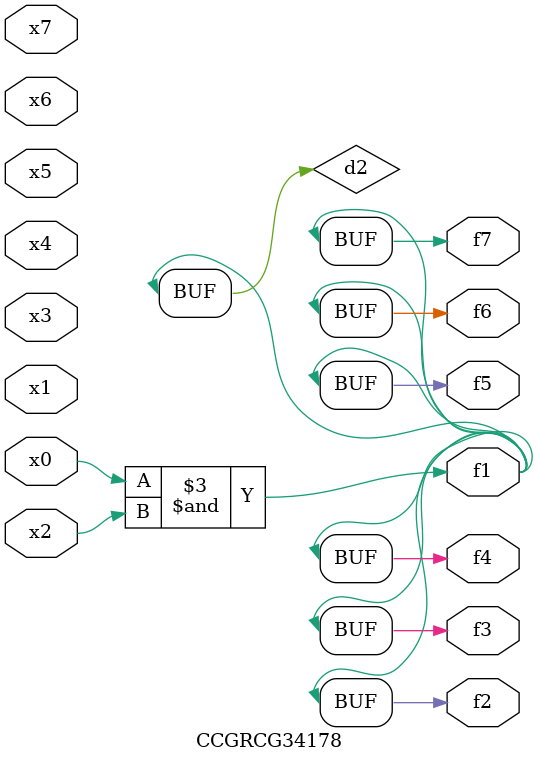
<source format=v>
module CCGRCG34178(
	input x0, x1, x2, x3, x4, x5, x6, x7,
	output f1, f2, f3, f4, f5, f6, f7
);

	wire d1, d2;

	nor (d1, x3, x6);
	and (d2, x0, x2);
	assign f1 = d2;
	assign f2 = d2;
	assign f3 = d2;
	assign f4 = d2;
	assign f5 = d2;
	assign f6 = d2;
	assign f7 = d2;
endmodule

</source>
